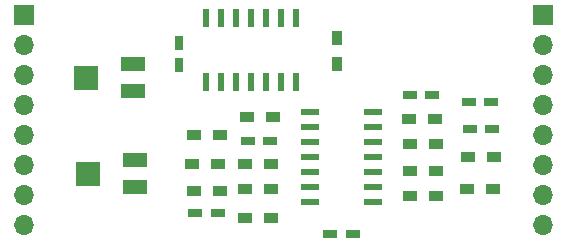
<source format=gbr>
%TF.GenerationSoftware,KiCad,Pcbnew,(5.1.10)-1*%
%TF.CreationDate,2023-08-21T21:32:28-05:00*%
%TF.ProjectId,auxFilter,61757846-696c-4746-9572-2e6b69636164,rev?*%
%TF.SameCoordinates,Original*%
%TF.FileFunction,Soldermask,Top*%
%TF.FilePolarity,Negative*%
%FSLAX46Y46*%
G04 Gerber Fmt 4.6, Leading zero omitted, Abs format (unit mm)*
G04 Created by KiCad (PCBNEW (5.1.10)-1) date 2023-08-21 21:32:28*
%MOMM*%
%LPD*%
G01*
G04 APERTURE LIST*
%ADD10R,1.200000X0.750000*%
%ADD11R,0.750000X1.200000*%
%ADD12O,1.700000X1.700000*%
%ADD13R,1.700000X1.700000*%
%ADD14R,1.200000X0.900000*%
%ADD15R,0.900000X1.200000*%
%ADD16R,2.000000X1.300000*%
%ADD17R,2.000000X2.000000*%
%ADD18R,0.600000X1.500000*%
%ADD19R,1.500000X0.600000*%
G04 APERTURE END LIST*
D10*
%TO.C,C1*%
X142560000Y-115189000D03*
X144460000Y-115189000D03*
%TD*%
D11*
%TO.C,C2*%
X129730500Y-100901500D03*
X129730500Y-99001500D03*
%TD*%
D10*
%TO.C,C3*%
X149278300Y-103479600D03*
X151178300Y-103479600D03*
%TD*%
%TO.C,C4*%
X131130000Y-113474500D03*
X133030000Y-113474500D03*
%TD*%
%TO.C,C5*%
X156271000Y-106299000D03*
X154371000Y-106299000D03*
%TD*%
%TO.C,C6*%
X137475000Y-107315000D03*
X135575000Y-107315000D03*
%TD*%
%TO.C,C7*%
X154307500Y-104013000D03*
X156207500Y-104013000D03*
%TD*%
D12*
%TO.C,J1*%
X116586000Y-114490500D03*
X116586000Y-111950500D03*
X116586000Y-109410500D03*
X116586000Y-106870500D03*
X116586000Y-104330500D03*
X116586000Y-101790500D03*
X116586000Y-99250500D03*
D13*
X116586000Y-96710500D03*
%TD*%
%TO.C,J2*%
X160528000Y-96710500D03*
D12*
X160528000Y-99250500D03*
X160528000Y-101790500D03*
X160528000Y-104330500D03*
X160528000Y-106870500D03*
X160528000Y-109410500D03*
X160528000Y-111950500D03*
X160528000Y-114490500D03*
%TD*%
D14*
%TO.C,R1*%
X133053000Y-109283500D03*
X130853000Y-109283500D03*
%TD*%
D15*
%TO.C,R2*%
X143129000Y-98595000D03*
X143129000Y-100795000D03*
%TD*%
D14*
%TO.C,R3*%
X135361500Y-111442500D03*
X137561500Y-111442500D03*
%TD*%
%TO.C,R4*%
X137561500Y-109283500D03*
X135361500Y-109283500D03*
%TD*%
%TO.C,R5*%
X151531500Y-109855000D03*
X149331500Y-109855000D03*
%TD*%
%TO.C,R6*%
X149268000Y-107632500D03*
X151468000Y-107632500D03*
%TD*%
%TO.C,R7*%
X130980000Y-111569500D03*
X133180000Y-111569500D03*
%TD*%
%TO.C,R8*%
X151425000Y-105473500D03*
X149225000Y-105473500D03*
%TD*%
%TO.C,R9*%
X135488500Y-105283000D03*
X137688500Y-105283000D03*
%TD*%
%TO.C,R10*%
X156421000Y-108712000D03*
X154221000Y-108712000D03*
%TD*%
%TO.C,R11*%
X130980000Y-106807000D03*
X133180000Y-106807000D03*
%TD*%
%TO.C,R12*%
X151531500Y-112014000D03*
X149331500Y-112014000D03*
%TD*%
%TO.C,R13*%
X135361500Y-113855500D03*
X137561500Y-113855500D03*
%TD*%
%TO.C,R14*%
X156357500Y-111442500D03*
X154157500Y-111442500D03*
%TD*%
D16*
%TO.C,RV1*%
X125888500Y-100831000D03*
D17*
X121888500Y-101981000D03*
D16*
X125888500Y-103131000D03*
%TD*%
%TO.C,RV2*%
X126015500Y-111259000D03*
D17*
X122015500Y-110109000D03*
D16*
X126015500Y-108959000D03*
%TD*%
D18*
%TO.C,U1*%
X132016500Y-102331500D03*
X133286500Y-102331500D03*
X134556500Y-102331500D03*
X135826500Y-102331500D03*
X137096500Y-102331500D03*
X138366500Y-102331500D03*
X139636500Y-102331500D03*
X139636500Y-96931500D03*
X138366500Y-96931500D03*
X137096500Y-96931500D03*
X135826500Y-96931500D03*
X134556500Y-96931500D03*
X133286500Y-96931500D03*
X132016500Y-96931500D03*
%TD*%
D19*
%TO.C,U2*%
X146210000Y-104902000D03*
X146210000Y-106172000D03*
X146210000Y-107442000D03*
X146210000Y-108712000D03*
X146210000Y-109982000D03*
X146210000Y-111252000D03*
X146210000Y-112522000D03*
X140810000Y-112522000D03*
X140810000Y-111252000D03*
X140810000Y-109982000D03*
X140810000Y-108712000D03*
X140810000Y-107442000D03*
X140810000Y-106172000D03*
X140810000Y-104902000D03*
%TD*%
M02*

</source>
